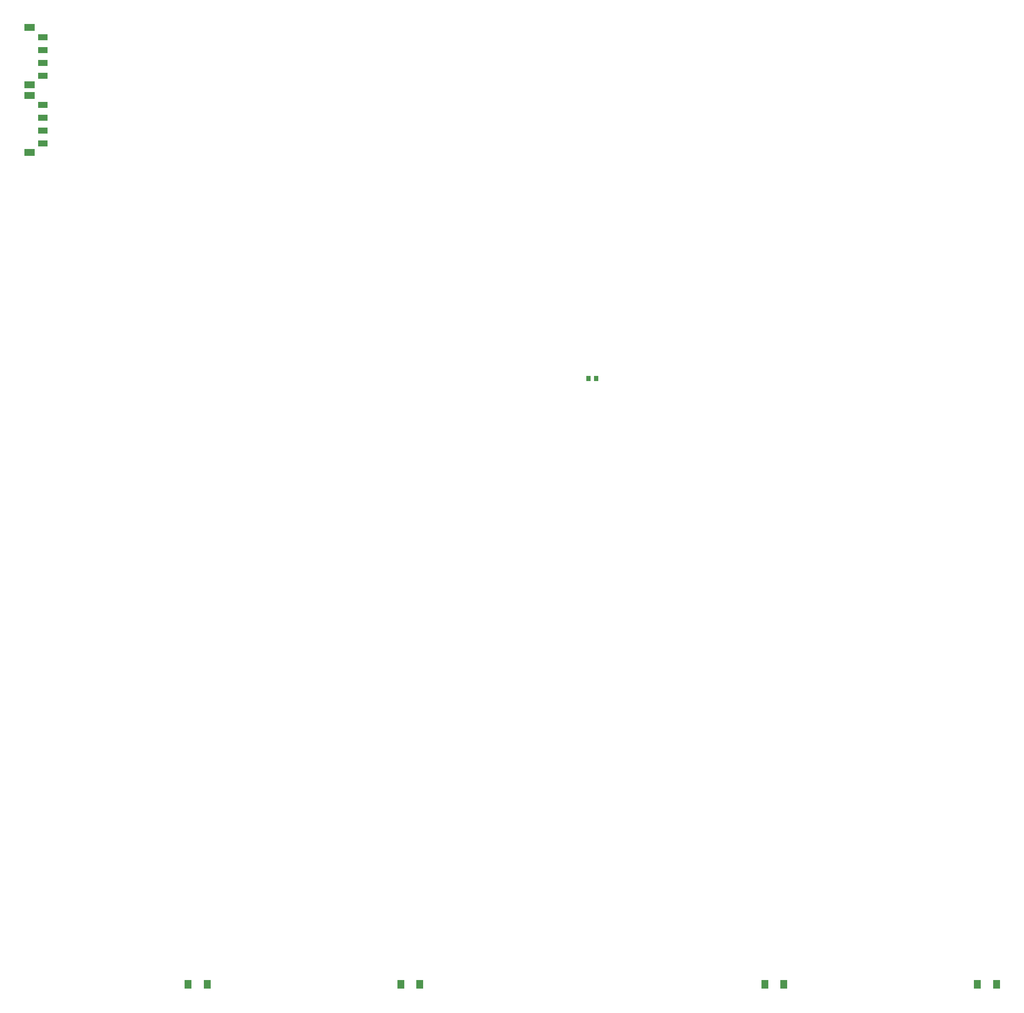
<source format=gbp>
%FSLAX25Y25*%
%MOIN*%
G70*
G01*
G75*
G04 Layer_Color=128*
%ADD10R,0.06299X0.06299*%
%ADD11C,0.00800*%
%ADD12R,0.13900X8.43450*%
%ADD13R,0.12800X0.39900*%
%ADD14R,0.13700X8.34950*%
%ADD15C,0.06299*%
%ADD16C,0.01000*%
%ADD17C,0.12402*%
%ADD18C,0.02400*%
%ADD19R,0.02756X0.03543*%
%ADD20R,0.04724X0.06299*%
%ADD21R,0.08465X0.05906*%
%ADD22R,0.07874X0.05118*%
%ADD23C,0.02500*%
%ADD24C,0.01000*%
%ADD25R,8.76200X0.23800*%
%ADD26R,8.47300X0.35000*%
%ADD27C,0.06899*%
%ADD28C,0.01600*%
%ADD29C,0.13002*%
%ADD30R,0.03356X0.04143*%
%ADD31R,0.05324X0.06899*%
%ADD32R,0.09065X0.06506*%
%ADD33R,0.08474X0.05718*%
%ADD34R,0.07865X0.05306*%
%ADD35R,0.07274X0.04518*%
D30*
X469476Y533712D02*
D03*
X463571D02*
D03*
D31*
X151921Y62048D02*
D03*
X166882D02*
D03*
X780987D02*
D03*
X766027D02*
D03*
X332287D02*
D03*
X317327D02*
D03*
X615587D02*
D03*
X600627D02*
D03*
D34*
X28370Y754297D02*
D03*
Y709809D02*
D03*
Y762612D02*
D03*
Y807100D02*
D03*
D35*
X38804Y746816D02*
D03*
Y736816D02*
D03*
Y726816D02*
D03*
Y716816D02*
D03*
Y769620D02*
D03*
Y779620D02*
D03*
Y789620D02*
D03*
Y799620D02*
D03*
M02*

</source>
